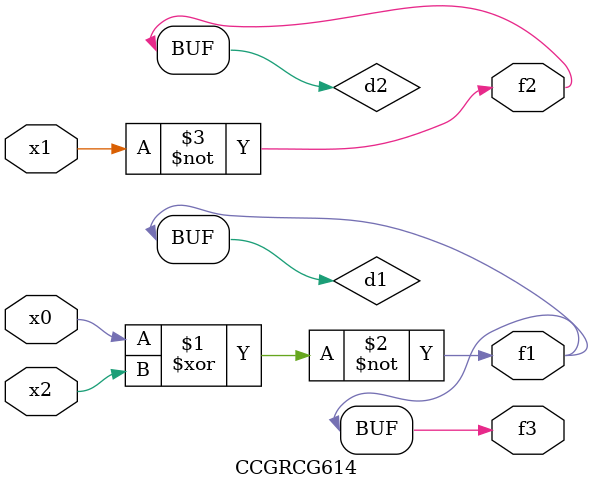
<source format=v>
module CCGRCG614(
	input x0, x1, x2,
	output f1, f2, f3
);

	wire d1, d2, d3;

	xnor (d1, x0, x2);
	nand (d2, x1);
	nor (d3, x1, x2);
	assign f1 = d1;
	assign f2 = d2;
	assign f3 = d1;
endmodule

</source>
